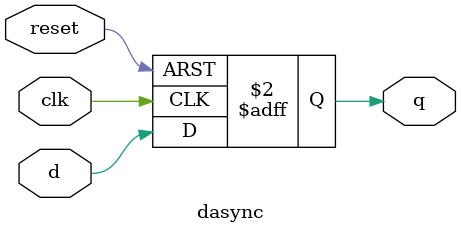
<source format=v>
module dasync(input d,clk,reset,output reg q);
always @(posedge clk, posedge reset) begin
if(reset)
	q=1'b0;
else
	q=d;
end
endmodule

</source>
